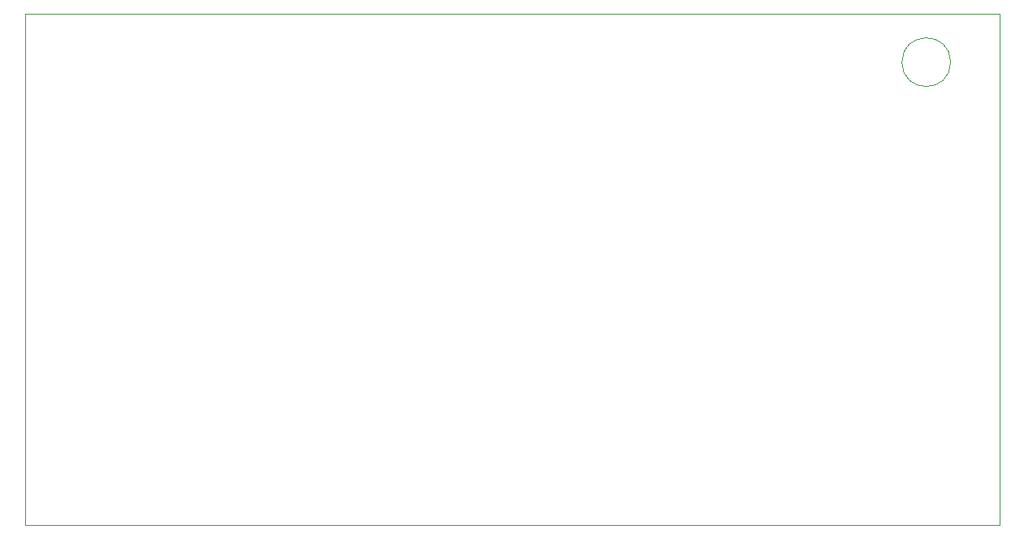
<source format=gbr>
%TF.GenerationSoftware,KiCad,Pcbnew,(6.0.10)*%
%TF.CreationDate,2023-02-17T09:23:00-08:00*%
%TF.ProjectId,PCB layout,50434220-6c61-4796-9f75-742e6b696361,rev?*%
%TF.SameCoordinates,Original*%
%TF.FileFunction,Profile,NP*%
%FSLAX46Y46*%
G04 Gerber Fmt 4.6, Leading zero omitted, Abs format (unit mm)*
G04 Created by KiCad (PCBNEW (6.0.10)) date 2023-02-17 09:23:00*
%MOMM*%
%LPD*%
G01*
G04 APERTURE LIST*
%TA.AperFunction,Profile*%
%ADD10C,0.100000*%
%TD*%
G04 APERTURE END LIST*
D10*
X172720000Y-43180000D02*
G75*
G03*
X172720000Y-43180000I-2540000J0D01*
G01*
X76200000Y-38100000D02*
X177800000Y-38100000D01*
X177800000Y-38100000D02*
X177800000Y-91440000D01*
X177800000Y-91440000D02*
X76200000Y-91440000D01*
X76200000Y-91440000D02*
X76200000Y-38100000D01*
M02*

</source>
